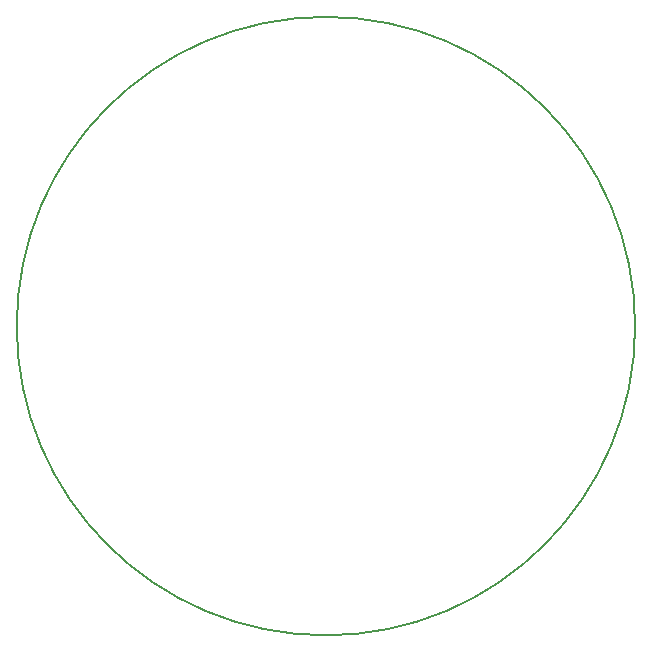
<source format=gbr>
%TF.GenerationSoftware,KiCad,Pcbnew,6.0.10-86aedd382b~118~ubuntu20.04.1*%
%TF.CreationDate,2023-01-12T10:33:16+01:00*%
%TF.ProjectId,thrust_controller,74687275-7374-45f6-936f-6e74726f6c6c,rev?*%
%TF.SameCoordinates,Original*%
%TF.FileFunction,Profile,NP*%
%FSLAX46Y46*%
G04 Gerber Fmt 4.6, Leading zero omitted, Abs format (unit mm)*
G04 Created by KiCad (PCBNEW 6.0.10-86aedd382b~118~ubuntu20.04.1) date 2023-01-12 10:33:16*
%MOMM*%
%LPD*%
G01*
G04 APERTURE LIST*
%TA.AperFunction,Profile*%
%ADD10C,0.200000*%
%TD*%
G04 APERTURE END LIST*
D10*
X169350000Y-83700000D02*
G75*
G03*
X169350000Y-83700000I-26180000J0D01*
G01*
M02*

</source>
